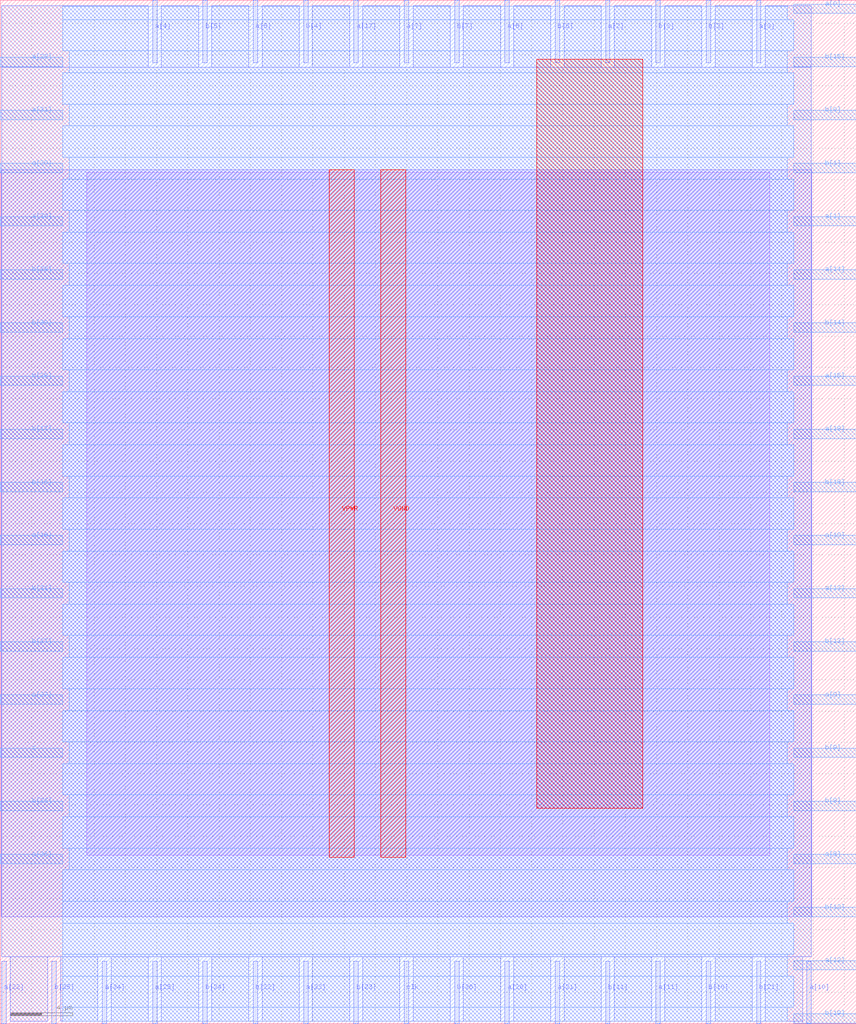
<source format=lef>
VERSION 5.7 ;
  NOWIREEXTENSIONATPIN ON ;
  DIVIDERCHAR "/" ;
  BUSBITCHARS "[]" ;
MACRO comp32
  CLASS BLOCK ;
  FOREIGN comp32 ;
  ORIGIN 0.000 0.000 ;
  SIZE 54.765 BY 65.485 ;
  PIN VGND
    DIRECTION INOUT ;
    USE GROUND ;
    PORT
      LAYER met4 ;
        RECT 24.340 10.640 25.940 54.640 ;
    END
  END VGND
  PIN VPWR
    DIRECTION INOUT ;
    USE POWER ;
    PORT
      LAYER met4 ;
        RECT 21.040 10.640 22.640 54.640 ;
    END
  END VPWR
  PIN a[0]
    DIRECTION INPUT ;
    USE SIGNAL ;
    ANTENNAGATEAREA 0.196500 ;
    PORT
      LAYER met3 ;
        RECT 50.765 64.640 54.765 65.240 ;
    END
  END a[0]
  PIN a[10]
    DIRECTION INPUT ;
    USE SIGNAL ;
    ANTENNAGATEAREA 0.196500 ;
    PORT
      LAYER met2 ;
        RECT 51.610 0.000 51.890 4.000 ;
    END
  END a[10]
  PIN a[11]
    DIRECTION INPUT ;
    USE SIGNAL ;
    ANTENNAGATEAREA 0.196500 ;
    PORT
      LAYER met2 ;
        RECT 41.950 0.000 42.230 4.000 ;
    END
  END a[11]
  PIN a[12]
    DIRECTION INPUT ;
    USE SIGNAL ;
    ANTENNAGATEAREA 0.196500 ;
    PORT
      LAYER met3 ;
        RECT 50.765 3.440 54.765 4.040 ;
    END
  END a[12]
  PIN a[13]
    DIRECTION INPUT ;
    USE SIGNAL ;
    ANTENNAGATEAREA 0.196500 ;
    PORT
      LAYER met3 ;
        RECT 50.765 27.240 54.765 27.840 ;
    END
  END a[13]
  PIN a[14]
    DIRECTION INPUT ;
    USE SIGNAL ;
    ANTENNAGATEAREA 0.196500 ;
    PORT
      LAYER met3 ;
        RECT 50.765 47.640 54.765 48.240 ;
    END
  END a[14]
  PIN a[15]
    DIRECTION INPUT ;
    USE SIGNAL ;
    ANTENNAGATEAREA 0.196500 ;
    PORT
      LAYER met3 ;
        RECT 50.765 40.840 54.765 41.440 ;
    END
  END a[15]
  PIN a[16]
    DIRECTION INPUT ;
    USE SIGNAL ;
    ANTENNAGATEAREA 0.196500 ;
    PORT
      LAYER met3 ;
        RECT 0.000 30.640 4.000 31.240 ;
    END
  END a[16]
  PIN a[17]
    DIRECTION INPUT ;
    USE SIGNAL ;
    ANTENNAGATEAREA 0.196500 ;
    PORT
      LAYER met2 ;
        RECT 22.630 61.485 22.910 65.485 ;
    END
  END a[17]
  PIN a[18]
    DIRECTION INPUT ;
    USE SIGNAL ;
    ANTENNAGATEAREA 0.196500 ;
    PORT
      LAYER met3 ;
        RECT 50.765 37.440 54.765 38.040 ;
    END
  END a[18]
  PIN a[19]
    DIRECTION INPUT ;
    USE SIGNAL ;
    ANTENNAGATEAREA 0.196500 ;
    PORT
      LAYER met3 ;
        RECT 50.765 30.640 54.765 31.240 ;
    END
  END a[19]
  PIN a[1]
    DIRECTION INPUT ;
    USE SIGNAL ;
    ANTENNAGATEAREA 0.196500 ;
    PORT
      LAYER met3 ;
        RECT 50.765 51.040 54.765 51.640 ;
    END
  END a[1]
  PIN a[20]
    DIRECTION INPUT ;
    USE SIGNAL ;
    ANTENNAGATEAREA 0.196500 ;
    PORT
      LAYER met2 ;
        RECT 32.290 0.000 32.570 4.000 ;
    END
  END a[20]
  PIN a[21]
    DIRECTION INPUT ;
    USE SIGNAL ;
    ANTENNAGATEAREA 0.196500 ;
    PORT
      LAYER met2 ;
        RECT 35.510 0.000 35.790 4.000 ;
    END
  END a[21]
  PIN a[22]
    DIRECTION INPUT ;
    USE SIGNAL ;
    ANTENNAGATEAREA 0.196500 ;
    PORT
      LAYER met2 ;
        RECT 0.090 0.000 0.370 4.000 ;
    END
  END a[22]
  PIN a[23]
    DIRECTION INPUT ;
    USE SIGNAL ;
    ANTENNAGATEAREA 0.196500 ;
    PORT
      LAYER met2 ;
        RECT 19.410 0.000 19.690 4.000 ;
    END
  END a[23]
  PIN a[24]
    DIRECTION INPUT ;
    USE SIGNAL ;
    ANTENNAGATEAREA 0.196500 ;
    PORT
      LAYER met2 ;
        RECT 6.530 0.000 6.810 4.000 ;
    END
  END a[24]
  PIN a[25]
    DIRECTION INPUT ;
    USE SIGNAL ;
    ANTENNAGATEAREA 0.196500 ;
    PORT
      LAYER met2 ;
        RECT 9.750 0.000 10.030 4.000 ;
    END
  END a[25]
  PIN a[26]
    DIRECTION INPUT ;
    USE SIGNAL ;
    ANTENNAGATEAREA 0.196500 ;
    PORT
      LAYER met3 ;
        RECT 0.000 10.240 4.000 10.840 ;
    END
  END a[26]
  PIN a[27]
    DIRECTION INPUT ;
    USE SIGNAL ;
    ANTENNAGATEAREA 0.196500 ;
    PORT
      LAYER met3 ;
        RECT 0.000 20.440 4.000 21.040 ;
    END
  END a[27]
  PIN a[28]
    DIRECTION INPUT ;
    USE SIGNAL ;
    ANTENNAGATEAREA 0.196500 ;
    PORT
      LAYER met3 ;
        RECT 0.000 61.240 4.000 61.840 ;
    END
  END a[28]
  PIN a[29]
    DIRECTION INPUT ;
    USE SIGNAL ;
    ANTENNAGATEAREA 0.196500 ;
    PORT
      LAYER met3 ;
        RECT 0.000 54.440 4.000 55.040 ;
    END
  END a[29]
  PIN a[2]
    DIRECTION INPUT ;
    USE SIGNAL ;
    ANTENNAGATEAREA 0.196500 ;
    PORT
      LAYER met2 ;
        RECT 38.730 61.485 39.010 65.485 ;
    END
  END a[2]
  PIN a[30]
    DIRECTION INPUT ;
    USE SIGNAL ;
    ANTENNAGATEAREA 0.196500 ;
    PORT
      LAYER met3 ;
        RECT 0.000 51.040 4.000 51.640 ;
    END
  END a[30]
  PIN a[31]
    DIRECTION INPUT ;
    USE SIGNAL ;
    ANTENNAGATEAREA 0.196500 ;
    PORT
      LAYER met3 ;
        RECT 0.000 57.840 4.000 58.440 ;
    END
  END a[31]
  PIN a[3]
    DIRECTION INPUT ;
    USE SIGNAL ;
    ANTENNAGATEAREA 0.196500 ;
    PORT
      LAYER met2 ;
        RECT 48.390 61.485 48.670 65.485 ;
    END
  END a[3]
  PIN a[4]
    DIRECTION INPUT ;
    USE SIGNAL ;
    ANTENNAGATEAREA 0.196500 ;
    PORT
      LAYER met2 ;
        RECT 9.750 61.485 10.030 65.485 ;
    END
  END a[4]
  PIN a[5]
    DIRECTION INPUT ;
    USE SIGNAL ;
    ANTENNAGATEAREA 0.196500 ;
    PORT
      LAYER met2 ;
        RECT 16.190 61.485 16.470 65.485 ;
    END
  END a[5]
  PIN a[6]
    DIRECTION INPUT ;
    USE SIGNAL ;
    ANTENNAGATEAREA 0.196500 ;
    PORT
      LAYER met2 ;
        RECT 32.290 61.485 32.570 65.485 ;
    END
  END a[6]
  PIN a[7]
    DIRECTION INPUT ;
    USE SIGNAL ;
    ANTENNAGATEAREA 0.196500 ;
    PORT
      LAYER met2 ;
        RECT 25.850 61.485 26.130 65.485 ;
    END
  END a[7]
  PIN a[8]
    DIRECTION INPUT ;
    USE SIGNAL ;
    ANTENNAGATEAREA 0.196500 ;
    PORT
      LAYER met3 ;
        RECT 50.765 10.240 54.765 10.840 ;
    END
  END a[8]
  PIN a[9]
    DIRECTION INPUT ;
    USE SIGNAL ;
    ANTENNAGATEAREA 0.196500 ;
    PORT
      LAYER met3 ;
        RECT 50.765 20.440 54.765 21.040 ;
    END
  END a[9]
  PIN b[0]
    DIRECTION INPUT ;
    USE SIGNAL ;
    ANTENNAGATEAREA 0.196500 ;
    PORT
      LAYER met3 ;
        RECT 50.765 57.840 54.765 58.440 ;
    END
  END b[0]
  PIN b[10]
    DIRECTION INPUT ;
    USE SIGNAL ;
    ANTENNAGATEAREA 0.196500 ;
    PORT
      LAYER met2 ;
        RECT 45.170 0.000 45.450 4.000 ;
    END
  END b[10]
  PIN b[11]
    DIRECTION INPUT ;
    USE SIGNAL ;
    ANTENNAGATEAREA 0.196500 ;
    PORT
      LAYER met2 ;
        RECT 38.730 0.000 39.010 4.000 ;
    END
  END b[11]
  PIN b[12]
    DIRECTION INPUT ;
    USE SIGNAL ;
    ANTENNAGATEAREA 0.196500 ;
    PORT
      LAYER met3 ;
        RECT 50.765 6.840 54.765 7.440 ;
    END
  END b[12]
  PIN b[13]
    DIRECTION INPUT ;
    USE SIGNAL ;
    ANTENNAGATEAREA 0.196500 ;
    PORT
      LAYER met3 ;
        RECT 50.765 23.840 54.765 24.440 ;
    END
  END b[13]
  PIN b[14]
    DIRECTION INPUT ;
    USE SIGNAL ;
    ANTENNAGATEAREA 0.196500 ;
    PORT
      LAYER met3 ;
        RECT 50.765 44.240 54.765 44.840 ;
    END
  END b[14]
  PIN b[15]
    DIRECTION INPUT ;
    USE SIGNAL ;
    ANTENNAGATEAREA 0.196500 ;
    PORT
      LAYER met3 ;
        RECT 50.765 61.240 54.765 61.840 ;
    END
  END b[15]
  PIN b[16]
    DIRECTION INPUT ;
    USE SIGNAL ;
    ANTENNAGATEAREA 0.196500 ;
    PORT
      LAYER met3 ;
        RECT 0.000 34.040 4.000 34.640 ;
    END
  END b[16]
  PIN b[17]
    DIRECTION INPUT ;
    USE SIGNAL ;
    ANTENNAGATEAREA 0.196500 ;
    PORT
      LAYER met3 ;
        RECT 0.000 37.440 4.000 38.040 ;
    END
  END b[17]
  PIN b[18]
    DIRECTION INPUT ;
    USE SIGNAL ;
    ANTENNAGATEAREA 0.196500 ;
    PORT
      LAYER met3 ;
        RECT 50.765 34.040 54.765 34.640 ;
    END
  END b[18]
  PIN b[19]
    DIRECTION INPUT ;
    USE SIGNAL ;
    ANTENNAGATEAREA 0.196500 ;
    PORT
      LAYER met3 ;
        RECT 50.765 0.040 54.765 0.640 ;
    END
  END b[19]
  PIN b[1]
    DIRECTION INPUT ;
    USE SIGNAL ;
    ANTENNAGATEAREA 0.196500 ;
    PORT
      LAYER met3 ;
        RECT 50.765 54.440 54.765 55.040 ;
    END
  END b[1]
  PIN b[20]
    DIRECTION INPUT ;
    USE SIGNAL ;
    ANTENNAGATEAREA 0.196500 ;
    PORT
      LAYER met2 ;
        RECT 29.070 0.000 29.350 4.000 ;
    END
  END b[20]
  PIN b[21]
    DIRECTION INPUT ;
    USE SIGNAL ;
    ANTENNAGATEAREA 0.196500 ;
    PORT
      LAYER met2 ;
        RECT 48.390 0.000 48.670 4.000 ;
    END
  END b[21]
  PIN b[22]
    DIRECTION INPUT ;
    USE SIGNAL ;
    ANTENNAGATEAREA 0.196500 ;
    PORT
      LAYER met2 ;
        RECT 16.190 0.000 16.470 4.000 ;
    END
  END b[22]
  PIN b[23]
    DIRECTION INPUT ;
    USE SIGNAL ;
    ANTENNAGATEAREA 0.196500 ;
    PORT
      LAYER met2 ;
        RECT 22.630 0.000 22.910 4.000 ;
    END
  END b[23]
  PIN b[24]
    DIRECTION INPUT ;
    USE SIGNAL ;
    ANTENNAGATEAREA 0.196500 ;
    PORT
      LAYER met2 ;
        RECT 12.970 0.000 13.250 4.000 ;
    END
  END b[24]
  PIN b[25]
    DIRECTION INPUT ;
    USE SIGNAL ;
    ANTENNAGATEAREA 0.196500 ;
    PORT
      LAYER met2 ;
        RECT 3.310 0.000 3.590 4.000 ;
    END
  END b[25]
  PIN b[26]
    DIRECTION INPUT ;
    USE SIGNAL ;
    ANTENNAGATEAREA 0.196500 ;
    PORT
      LAYER met3 ;
        RECT 0.000 13.640 4.000 14.240 ;
    END
  END b[26]
  PIN b[27]
    DIRECTION INPUT ;
    USE SIGNAL ;
    ANTENNAGATEAREA 0.196500 ;
    PORT
      LAYER met3 ;
        RECT 0.000 23.840 4.000 24.440 ;
    END
  END b[27]
  PIN b[28]
    DIRECTION INPUT ;
    USE SIGNAL ;
    ANTENNAGATEAREA 0.196500 ;
    PORT
      LAYER met3 ;
        RECT 0.000 40.840 4.000 41.440 ;
    END
  END b[28]
  PIN b[29]
    DIRECTION INPUT ;
    USE SIGNAL ;
    ANTENNAGATEAREA 0.196500 ;
    PORT
      LAYER met3 ;
        RECT 0.000 47.640 4.000 48.240 ;
    END
  END b[29]
  PIN b[2]
    DIRECTION INPUT ;
    USE SIGNAL ;
    ANTENNAGATEAREA 0.196500 ;
    PORT
      LAYER met2 ;
        RECT 45.170 61.485 45.450 65.485 ;
    END
  END b[2]
  PIN b[30]
    DIRECTION INPUT ;
    USE SIGNAL ;
    ANTENNAGATEAREA 0.196500 ;
    PORT
      LAYER met3 ;
        RECT 0.000 44.240 4.000 44.840 ;
    END
  END b[30]
  PIN b[31]
    DIRECTION INPUT ;
    USE SIGNAL ;
    ANTENNAGATEAREA 0.196500 ;
    PORT
      LAYER met3 ;
        RECT 0.000 27.240 4.000 27.840 ;
    END
  END b[31]
  PIN b[3]
    DIRECTION INPUT ;
    USE SIGNAL ;
    ANTENNAGATEAREA 0.196500 ;
    PORT
      LAYER met2 ;
        RECT 41.950 61.485 42.230 65.485 ;
    END
  END b[3]
  PIN b[4]
    DIRECTION INPUT ;
    USE SIGNAL ;
    ANTENNAGATEAREA 0.196500 ;
    PORT
      LAYER met2 ;
        RECT 19.410 61.485 19.690 65.485 ;
    END
  END b[4]
  PIN b[5]
    DIRECTION INPUT ;
    USE SIGNAL ;
    ANTENNAGATEAREA 0.196500 ;
    PORT
      LAYER met2 ;
        RECT 12.970 61.485 13.250 65.485 ;
    END
  END b[5]
  PIN b[6]
    DIRECTION INPUT ;
    USE SIGNAL ;
    ANTENNAGATEAREA 0.196500 ;
    PORT
      LAYER met2 ;
        RECT 35.510 61.485 35.790 65.485 ;
    END
  END b[6]
  PIN b[7]
    DIRECTION INPUT ;
    USE SIGNAL ;
    ANTENNAGATEAREA 0.196500 ;
    PORT
      LAYER met2 ;
        RECT 29.070 61.485 29.350 65.485 ;
    END
  END b[7]
  PIN b[8]
    DIRECTION INPUT ;
    USE SIGNAL ;
    ANTENNAGATEAREA 0.196500 ;
    PORT
      LAYER met3 ;
        RECT 50.765 13.640 54.765 14.240 ;
    END
  END b[8]
  PIN b[9]
    DIRECTION INPUT ;
    USE SIGNAL ;
    ANTENNAGATEAREA 0.196500 ;
    PORT
      LAYER met3 ;
        RECT 50.765 17.040 54.765 17.640 ;
    END
  END b[9]
  PIN clk
    DIRECTION INPUT ;
    USE SIGNAL ;
    ANTENNAGATEAREA 0.159000 ;
    PORT
      LAYER met2 ;
        RECT 25.850 0.000 26.130 4.000 ;
    END
  END clk
  PIN z
    DIRECTION OUTPUT ;
    USE SIGNAL ;
    ANTENNADIFFAREA 0.445500 ;
    PORT
      LAYER met3 ;
        RECT 0.000 17.040 4.000 17.640 ;
    END
  END z
  OBS
      LAYER li1 ;
        RECT 5.520 10.795 49.220 54.485 ;
      LAYER met1 ;
        RECT 0.070 6.840 51.910 54.640 ;
      LAYER met2 ;
        RECT 0.100 61.205 9.470 65.125 ;
        RECT 10.310 61.205 12.690 65.125 ;
        RECT 13.530 61.205 15.910 65.125 ;
        RECT 16.750 61.205 19.130 65.125 ;
        RECT 19.970 61.205 22.350 65.125 ;
        RECT 23.190 61.205 25.570 65.125 ;
        RECT 26.410 61.205 28.790 65.125 ;
        RECT 29.630 61.205 32.010 65.125 ;
        RECT 32.850 61.205 35.230 65.125 ;
        RECT 36.070 61.205 38.450 65.125 ;
        RECT 39.290 61.205 41.670 65.125 ;
        RECT 42.510 61.205 44.890 65.125 ;
        RECT 45.730 61.205 48.110 65.125 ;
        RECT 48.950 61.205 51.880 65.125 ;
        RECT 0.100 4.280 51.880 61.205 ;
        RECT 0.650 0.155 3.030 4.280 ;
        RECT 3.870 0.155 6.250 4.280 ;
        RECT 7.090 0.155 9.470 4.280 ;
        RECT 10.310 0.155 12.690 4.280 ;
        RECT 13.530 0.155 15.910 4.280 ;
        RECT 16.750 0.155 19.130 4.280 ;
        RECT 19.970 0.155 22.350 4.280 ;
        RECT 23.190 0.155 25.570 4.280 ;
        RECT 26.410 0.155 28.790 4.280 ;
        RECT 29.630 0.155 32.010 4.280 ;
        RECT 32.850 0.155 35.230 4.280 ;
        RECT 36.070 0.155 38.450 4.280 ;
        RECT 39.290 0.155 41.670 4.280 ;
        RECT 42.510 0.155 44.890 4.280 ;
        RECT 45.730 0.155 48.110 4.280 ;
        RECT 48.950 0.155 51.330 4.280 ;
      LAYER met3 ;
        RECT 3.990 64.240 50.365 65.105 ;
        RECT 3.990 62.240 50.765 64.240 ;
        RECT 4.400 60.840 50.365 62.240 ;
        RECT 3.990 58.840 50.765 60.840 ;
        RECT 4.400 57.440 50.365 58.840 ;
        RECT 3.990 55.440 50.765 57.440 ;
        RECT 4.400 54.040 50.365 55.440 ;
        RECT 3.990 52.040 50.765 54.040 ;
        RECT 4.400 50.640 50.365 52.040 ;
        RECT 3.990 48.640 50.765 50.640 ;
        RECT 4.400 47.240 50.365 48.640 ;
        RECT 3.990 45.240 50.765 47.240 ;
        RECT 4.400 43.840 50.365 45.240 ;
        RECT 3.990 41.840 50.765 43.840 ;
        RECT 4.400 40.440 50.365 41.840 ;
        RECT 3.990 38.440 50.765 40.440 ;
        RECT 4.400 37.040 50.365 38.440 ;
        RECT 3.990 35.040 50.765 37.040 ;
        RECT 4.400 33.640 50.365 35.040 ;
        RECT 3.990 31.640 50.765 33.640 ;
        RECT 4.400 30.240 50.365 31.640 ;
        RECT 3.990 28.240 50.765 30.240 ;
        RECT 4.400 26.840 50.365 28.240 ;
        RECT 3.990 24.840 50.765 26.840 ;
        RECT 4.400 23.440 50.365 24.840 ;
        RECT 3.990 21.440 50.765 23.440 ;
        RECT 4.400 20.040 50.365 21.440 ;
        RECT 3.990 18.040 50.765 20.040 ;
        RECT 4.400 16.640 50.365 18.040 ;
        RECT 3.990 14.640 50.765 16.640 ;
        RECT 4.400 13.240 50.365 14.640 ;
        RECT 3.990 11.240 50.765 13.240 ;
        RECT 4.400 9.840 50.365 11.240 ;
        RECT 3.990 7.840 50.765 9.840 ;
        RECT 3.990 6.440 50.365 7.840 ;
        RECT 3.990 4.440 50.765 6.440 ;
        RECT 3.990 3.040 50.365 4.440 ;
        RECT 3.990 1.040 50.765 3.040 ;
        RECT 3.990 0.175 50.365 1.040 ;
      LAYER met4 ;
        RECT 34.335 13.775 41.105 61.705 ;
  END
END comp32
END LIBRARY


</source>
